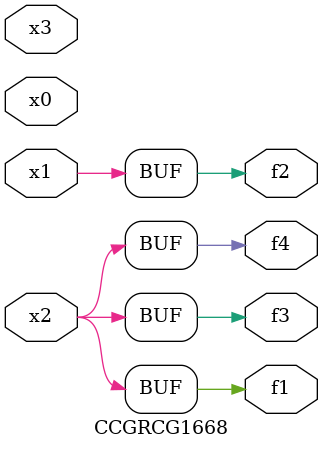
<source format=v>
module CCGRCG1668(
	input x0, x1, x2, x3,
	output f1, f2, f3, f4
);
	assign f1 = x2;
	assign f2 = x1;
	assign f3 = x2;
	assign f4 = x2;
endmodule

</source>
